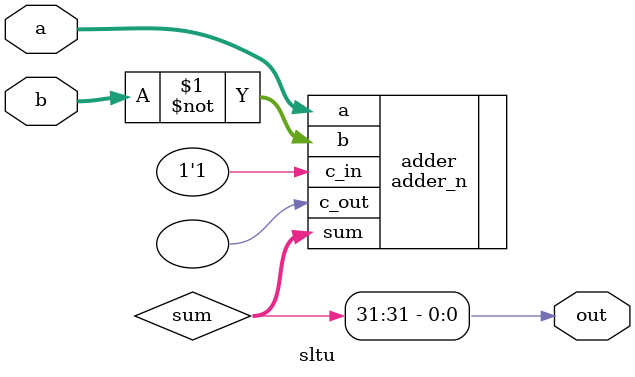
<source format=sv>
module sltu(a, b, out);
parameter N = 32;
input wire signed [N-1:0] a, b;
output logic out;

// Using only *structural* combinational logic, make a module that computes if a is less than b!
// Note: this assumes that the two inputs are signed: aka should be interpreted as two's complement.

// Copy any other modules you use into the HDL folder and update the Makefile accordingly.
logic [N-1:0] sum;
logic same_sign;

adder_n #(.N(N)) adder (.a(a), .b(~b), .c_in(1'b1), .sum(sum), .c_out());

always_comb begin : sltu
    out = sum[N-1];
end

endmodule



</source>
